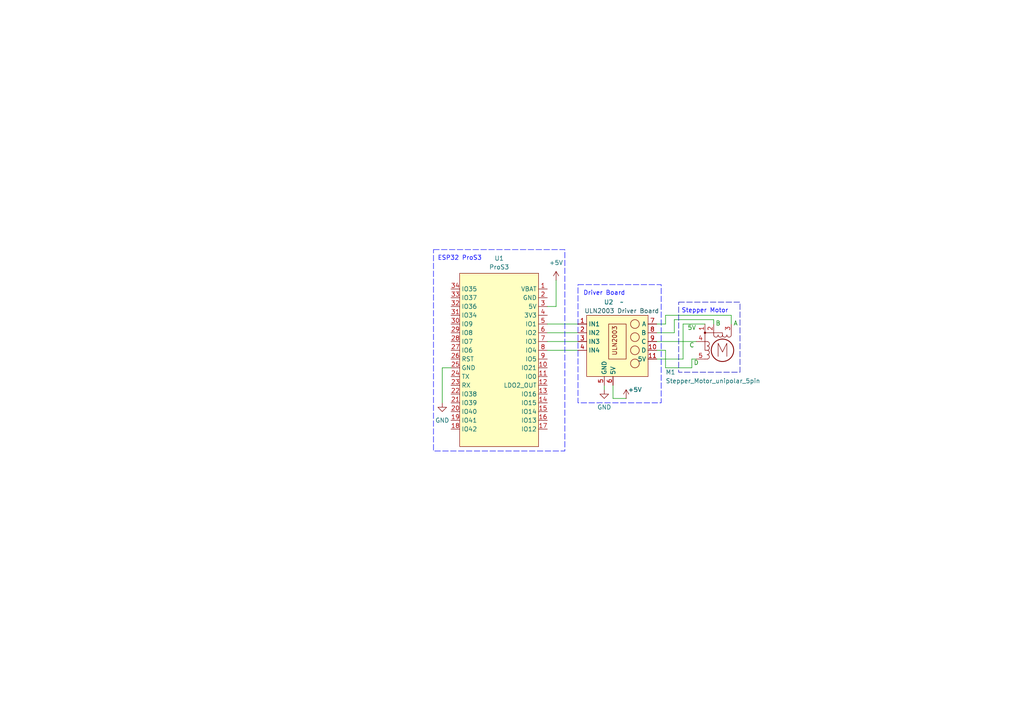
<source format=kicad_sch>
(kicad_sch (version 20231120) (generator "eeschema") (generator_version "8.0")
  (paper "A4")
  (lib_symbols
    (symbol "Andreas_Library:ULN2003_Driver_Module"
      (property "Reference" "U2" (at 8.89 6.35 0))
      (property "Value" "~" (at 12.7 6.35 0))
      (symbol "ULN2003_Driver_Module_0_0"
        (pin input line (at 0 0 0) (length 2.54) (name "IN1") (number "1"))
        (pin output line (at 22.86 -7.62 180) (length 2.54) (name "D") (number "10"))
        (pin output line (at 22.86 -10.16 180) (length 2.54) (name "5V") (number "11"))
        (pin input line (at 0 -2.54 0) (length 2.54) (name "IN2") (number "2"))
        (pin input line (at 0 -5.08 0) (length 2.54) (name "IN3") (number "3"))
        (pin input line (at 0 -7.62 0) (length 2.54) (name "IN4") (number "4"))
        (pin output line (at 7.62 -17.78 90) (length 2.54) (name "GND") (number "5"))
        (pin input line (at 10.16 -17.78 90) (length 2.54) (name "5V") (number "6"))
        (pin output line (at 22.86 0 180) (length 2.54) (name "A") (number "7"))
        (pin output line (at 22.86 -2.54 180) (length 2.54) (name "B") (number "8"))
        (pin output line (at 22.86 -5.08 180) (length 2.54) (name "C") (number "9"))
      )
      (symbol "ULN2003_Driver_Module_0_1"
        (circle (center 16.51 -11.43) (radius 1.27))
        (circle (center 16.51 -7.62) (radius 1.27))
        (circle (center 16.51 -3.81) (radius 1.27))
        (circle (center 16.51 0) (radius 1.27))
      )
      (symbol "ULN2003_Driver_Module_1_1"
        (rectangle (start 2.54 2.54) (end 20.32 -15.24) (fill (type background)))
        (text "ULN2003 Driver Board" (at 12.7 3.81 0) (effects (font (size 1.27 1.27))))
        (text_box "ULN2003" (at 8.89 0 90) (size 5.08 -10.16) (fill (type color) (color 255 255 194 1)) (effects (font (size 1.27 1.27)) (justify left top)))
      )
    )
    (symbol "Motor:Stepper_Motor_unipolar_5pin" (pin_names (offset 0) hide)
      (property "Reference" "M" (at 3.81 2.54 0))
      (property "Value" "Stepper_Motor_unipolar_5pin" (at 3.81 1.27 0))
      (symbol "Stepper_Motor_unipolar_5pin_0_0"
        (polyline (pts (xy -1.27 -1.778) (xy -1.27 2.032) (xy 0 -0.508) (xy 1.27 2.032) (xy 1.27 -1.778)))
      )
      (symbol "Stepper_Motor_unipolar_5pin_0_1"
        (circle (center -5.08 5.08) (radius 0.0001) (fill (type outline)))
        (circle (center -5.08 5.08) (radius 0.254) (fill (type outline)))
        (arc (start -4.445 -2.54) (mid -3.8127 -1.905) (end -4.445 -1.27))
        (arc (start -4.445 -1.27) (mid -3.8127 -0.635) (end -4.445 0))
        (arc (start -4.445 0) (mid -3.8127 0.635) (end -4.445 1.27))
        (arc (start -4.445 1.27) (mid -3.8127 1.905) (end -4.445 2.54))
        (arc (start -2.54 4.445) (mid -1.905 3.8127) (end -1.27 4.445))
        (arc (start -1.27 4.445) (mid -0.635 3.8127) (end 0 4.445))
        (polyline (pts (xy -5.08 -2.54) (xy -4.445 -2.54)))
        (polyline (pts (xy -5.08 2.54) (xy -4.445 2.54)))
        (polyline (pts (xy -2.54 4.445) (xy -2.54 5.08)))
        (polyline (pts (xy 2.54 4.445) (xy 2.54 5.08)))
        (polyline (pts (xy -5.08 5.08) (xy -5.08 0) (xy -4.445 0)))
        (polyline (pts (xy 0 4.445) (xy 0 5.08) (xy -5.08 5.08)))
        (circle (center 0 0) (radius 3.2512) (stroke (width 0.254)))
        (arc (start 0 4.445) (mid 0.635 3.8127) (end 1.27 4.445))
        (arc (start 1.27 4.445) (mid 1.905 3.8127) (end 2.54 4.445))
      )
      (symbol "Stepper_Motor_unipolar_5pin_1_1"
        (pin passive line (at -5.08 7.62 270) (length 2.54) (name "~") (number "1"))
        (pin passive line (at -2.54 7.62 270) (length 2.54) (name "~") (number "2"))
        (pin passive line (at 2.54 7.62 270) (length 2.54) (name "-") (number "3"))
        (pin passive line (at -7.62 2.54 0) (length 2.54) (name "~") (number "4"))
        (pin passive line (at -7.62 -2.54 0) (length 2.54) (name "~") (number "5"))
      )
    )
    (symbol "ProS3:ProS3"
      (property "Reference" "U" (at 0 -28.956 0))
      (property "Value" "ProS3" (at -0.508 27.178 0))
      (symbol "ProS3_1_1"
        (rectangle (start -11.43 24.892) (end 11.43 -25.4) (stroke (width 0.1524)) (fill (type background)))
        (pin power_in line (at 13.97 20.32 180) (length 2.54) (name "VBAT") (number "1"))
        (pin bidirectional line (at 13.97 -2.54 180) (length 2.54) (name "IO21") (number "10"))
        (pin bidirectional line (at 13.97 -5.08 180) (length 2.54) (name "IO0") (number "11"))
        (pin power_out line (at 13.97 -7.62 180) (length 2.54) (name "LDO2_OUT") (number "12"))
        (pin bidirectional line (at 13.97 -10.16 180) (length 2.54) (name "IO16") (number "13"))
        (pin bidirectional line (at 13.97 -12.7 180) (length 2.54) (name "IO15") (number "14"))
        (pin bidirectional line (at 13.97 -15.24 180) (length 2.54) (name "IO14") (number "15"))
        (pin bidirectional line (at 13.97 -17.78 180) (length 2.54) (name "IO13") (number "16"))
        (pin bidirectional line (at 13.97 -20.32 180) (length 2.54) (name "IO12") (number "17"))
        (pin bidirectional line (at -13.97 -20.32 0) (length 2.54) (name "IO42") (number "18"))
        (pin bidirectional line (at -13.97 -17.78 0) (length 2.54) (name "IO41") (number "19"))
        (pin power_in line (at 13.97 17.78 180) (length 2.54) (name "GND") (number "2"))
        (pin bidirectional line (at -13.97 -15.24 0) (length 2.54) (name "IO40") (number "20"))
        (pin bidirectional line (at -13.97 -12.7 0) (length 2.54) (name "IO39") (number "21"))
        (pin bidirectional line (at -13.97 -10.16 0) (length 2.54) (name "IO38") (number "22"))
        (pin bidirectional line (at -13.97 -7.62 0) (length 2.54) (name "RX") (number "23"))
        (pin bidirectional line (at -13.97 -5.08 0) (length 2.54) (name "TX") (number "24"))
        (pin power_in line (at -13.97 -2.54 0) (length 2.54) (name "GND") (number "25"))
        (pin input line (at -13.97 0 0) (length 2.54) (name "RST") (number "26"))
        (pin bidirectional line (at -13.97 2.54 0) (length 2.54) (name "IO6") (number "27"))
        (pin bidirectional line (at -13.97 5.08 0) (length 2.54) (name "IO7") (number "28"))
        (pin bidirectional line (at -13.97 7.62 0) (length 2.54) (name "IO8") (number "29"))
        (pin power_in line (at 13.97 15.24 180) (length 2.54) (name "5V") (number "3"))
        (pin bidirectional line (at -13.97 10.16 0) (length 2.54) (name "IO9") (number "30"))
        (pin bidirectional line (at -13.97 12.7 0) (length 2.54) (name "IO34") (number "31"))
        (pin bidirectional line (at -13.97 15.24 0) (length 2.54) (name "IO36") (number "32"))
        (pin bidirectional line (at -13.97 17.78 0) (length 2.54) (name "IO37") (number "33"))
        (pin bidirectional line (at -13.97 20.32 0) (length 2.54) (name "IO35") (number "34"))
        (pin power_in line (at 13.97 12.7 180) (length 2.54) (name "3V3") (number "4"))
        (pin bidirectional line (at 13.97 10.16 180) (length 2.54) (name "IO1") (number "5"))
        (pin bidirectional line (at 13.97 7.62 180) (length 2.54) (name "IO2") (number "6"))
        (pin bidirectional line (at 13.97 5.08 180) (length 2.54) (name "IO3") (number "7"))
        (pin bidirectional line (at 13.97 2.54 180) (length 2.54) (name "IO4") (number "8"))
        (pin bidirectional line (at 13.97 0 180) (length 2.54) (name "IO5") (number "9"))
      )
    )
    (symbol "power:+5V" (power) (pin_numbers hide) (pin_names (offset 0) hide)
      (property "Value" "+5V" (at 0 3.556 0))
      (symbol "+5V_0_1"
        (polyline (pts (xy -0.762 1.27) (xy 0 2.54)))
        (polyline (pts (xy 0 0) (xy 0 2.54)))
        (polyline (pts (xy 0 2.54) (xy 0.762 1.27)))
      )
      (symbol "+5V_1_1"
        (pin power_in line (at 0 0 90) (length 0) (name "~") (number "1"))
      )
    )
    (symbol "power:GND" (power) (pin_numbers hide) (pin_names (offset 0) hide)
      (property "Value" "GND" (at 0 -3.81 0))
      (symbol "GND_0_1"
        (polyline (pts (xy 0 0) (xy 0 -1.27) (xy 1.27 -1.27) (xy 0 -2.54) (xy -1.27 -1.27) (xy 0 -1.27)))
      )
      (symbol "GND_1_1"
        (pin power_in line (at 0 0 270) (length 0) (name "~") (number "1"))
      )
    )
  )
  (wire (pts (xy 177.8 115.57) (xy 181.61 115.57)))
  (wire (pts (xy 158.75 88.9) (xy 161.29 88.9)))
  (wire (pts (xy 161.29 88.9) (xy 161.29 81.28)))
  (wire (pts (xy 190.5 101.6) (xy 193.04 101.6)))
  (wire (pts (xy 193.04 101.6) (xy 193.04 106.68)))
  (wire (pts (xy 130.81 106.68) (xy 128.27 106.68)))
  (wire (pts (xy 177.8 111.76) (xy 177.8 115.57)))
  (wire (pts (xy 193.04 106.68) (xy 200.66 106.68)))
  (wire (pts (xy 158.75 101.6) (xy 167.64 101.6)))
  (wire (pts (xy 193.04 91.44) (xy 212.09 91.44)))
  (wire (pts (xy 190.5 104.14) (xy 198.12 104.14)))
  (wire (pts (xy 190.5 93.98) (xy 193.04 93.98)))
  (wire (pts (xy 198.12 104.14) (xy 198.12 93.98)))
  (wire (pts (xy 158.75 93.98) (xy 167.64 93.98)))
  (wire (pts (xy 195.58 96.52) (xy 195.58 92.71)))
  (wire (pts (xy 212.09 91.44) (xy 212.09 93.98)))
  (wire (pts (xy 128.27 106.68) (xy 128.27 116.84)))
  (wire (pts (xy 200.66 106.68) (xy 200.66 104.14)))
  (wire (pts (xy 207.01 92.71) (xy 207.01 93.98)))
  (wire (pts (xy 193.04 93.98) (xy 193.04 91.44)))
  (wire (pts (xy 190.5 96.52) (xy 195.58 96.52)))
  (wire (pts (xy 158.75 99.06) (xy 167.64 99.06)))
  (wire (pts (xy 195.58 92.71) (xy 207.01 92.71)))
  (wire (pts (xy 198.12 93.98) (xy 204.47 93.98)))
  (wire (pts (xy 200.66 104.14) (xy 201.93 104.14)))
  (wire (pts (xy 190.5 99.06) (xy 201.93 99.06)))
  (wire (pts (xy 175.26 111.76) (xy 175.26 113.03)))
  (wire (pts (xy 158.75 96.52) (xy 167.64 96.52)))
  (rectangle (start 196.85 87.63) (end 214.63 107.95) (stroke (width 0) (type dash)))
  (rectangle (start 125.73 72.39) (end 163.83 130.81) (stroke (width 0) (type dash) (color 0 0 255 1)))
  (rectangle (start 167.64 82.55) (end 191.77 116.84) (stroke (width 0) (type dash) (color 0 0 255 1)))
  (text "Stepper Motor" (at 204.47 90.17 0) (effects (font (size 1.27 1.27))))
  (text "B" (at 208.28 93.98 0) (effects (font (size 1.27 1.27))))
  (text "D" (at 201.93 105.41 0) (effects (font (size 1.27 1.27))))
  (text "Driver Board" (at 175.26 85.09 0) (effects (font (size 1.27 1.27))))
  (text "5V" (at 200.66 95.25 0) (effects (font (size 1.27 1.27))))
  (text "ESP32 ProS3" (at 133.35 74.93 0) (effects (font (size 1.27 1.27))))
  (text "A" (at 213.36 93.98 0) (effects (font (size 1.27 1.27))))
  (text "C" (at 200.66 100.33 0) (effects (font (size 1.27 1.27))))
  (symbol (lib_id "Andreas_Library:ULN2003_Driver_Module") (at 167.64 93.98 0) (unit 1)
    (property "Reference" "U2" (at 176.53 87.63 0))
    (property "Value" "~" (at 180.34 87.63 0))
  )
  (symbol (lib_id "power:+5V") (at 161.29 81.28 0) (unit 1)
    (property "Reference" "#PWR04" (effects (hide yes)))
    (property "Value" "+5V" (at 161.29 76.2 0))
    (property "Description" "Power symbol creates a global label with name \"+5V\"" (effects (hide yes)))
  )
  (symbol (lib_id "ProS3:ProS3") (at 144.78 104.14 0) (unit 1)
    (property "Reference" "U1" (at 144.78 74.93 0))
    (property "Value" "ProS3" (at 144.78 77.47 0))
    (property "Footprint" "AndreasLibrary:ESP32-PROS3" (effects (hide yes)))
  )
  (symbol (lib_id "power:GND") (at 128.27 116.84 0) (unit 1)
    (property "Reference" "#PWR03" (effects (hide yes)))
    (property "Value" "GND" (at 128.27 121.92 0))
    (property "Description" "Power symbol creates a global label with name \"GND\" , ground" (effects (hide yes)))
  )
  (symbol (lib_id "power:GND") (at 175.26 113.03 0) (unit 1)
    (property "Reference" "#PWR02" (effects (hide yes)))
    (property "Value" "GND" (at 175.26 118.11 0))
    (property "Description" "Power symbol creates a global label with name \"GND\" , ground" (effects (hide yes)))
  )
  (symbol (lib_id "power:+5V") (at 181.61 115.57 0) (unit 1)
    (property "Reference" "#PWR01" (effects (hide yes)))
    (property "Value" "+5V" (at 184.15 113.03 0))
    (property "Description" "Power symbol creates a global label with name \"+5V\"" (effects (hide yes)))
  )
  (symbol (lib_id "Motor:Stepper_Motor_unipolar_5pin") (at 209.55 101.6 0) (unit 1)
    (property "Reference" "M1" (at 193.04 107.95 0) (effects (justify left)))
    (property "Value" "Stepper_Motor_unipolar_5pin" (at 193.04 110.49 0) (effects (justify left)))
    (property "Datasheet" "http://www.infineon.com/dgdl/Application-Note-TLE8110EE_driving_UniPolarStepperMotor_V1.1.pdf?fileId=db3a30431be39b97011be5d0aa0a00b0" (effects (hide yes)))
    (property "Description" "5-wire unipolar stepper motor" (effects (hide yes)))
  )
)
</source>
